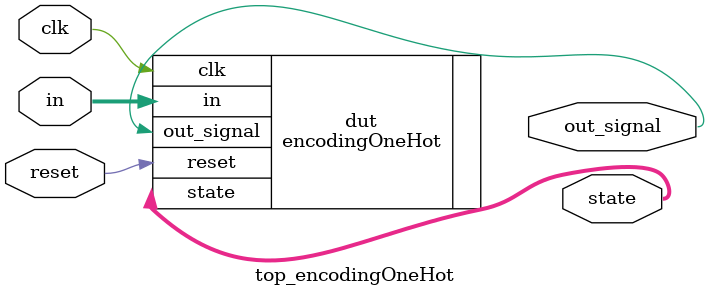
<source format=sv>
module top_encodingOneHot(
    input  logic       clk,
    input  logic       reset,
    input  logic [1:0] in,
    output logic [31:0] state,
    output logic       out_signal
);

    encodingOneHot dut(
        .clk(clk),
        .reset(reset),
        .in(in),
        .state(state),
        .out_signal(out_signal)
    );
endmodule

</source>
